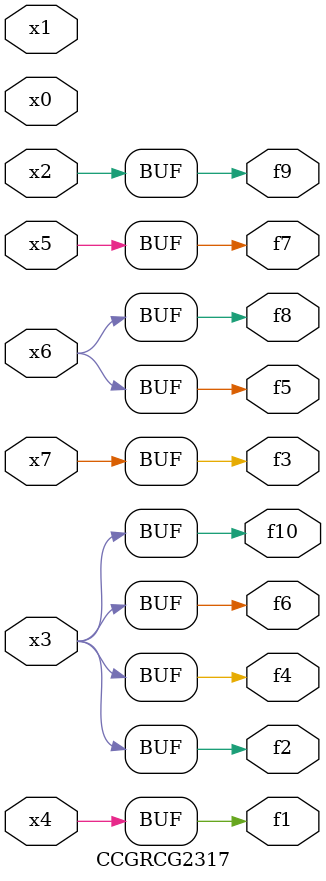
<source format=v>
module CCGRCG2317(
	input x0, x1, x2, x3, x4, x5, x6, x7,
	output f1, f2, f3, f4, f5, f6, f7, f8, f9, f10
);
	assign f1 = x4;
	assign f2 = x3;
	assign f3 = x7;
	assign f4 = x3;
	assign f5 = x6;
	assign f6 = x3;
	assign f7 = x5;
	assign f8 = x6;
	assign f9 = x2;
	assign f10 = x3;
endmodule

</source>
